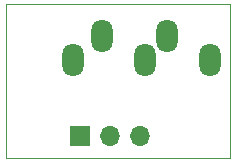
<source format=gbr>
%TF.GenerationSoftware,KiCad,Pcbnew,(5.1.8-0-10_14)*%
%TF.CreationDate,2020-11-19T18:25:59+01:00*%
%TF.ProjectId,AC_Current_Transformer,41435f43-7572-4726-956e-745f5472616e,rev?*%
%TF.SameCoordinates,Original*%
%TF.FileFunction,Soldermask,Bot*%
%TF.FilePolarity,Negative*%
%FSLAX46Y46*%
G04 Gerber Fmt 4.6, Leading zero omitted, Abs format (unit mm)*
G04 Created by KiCad (PCBNEW (5.1.8-0-10_14)) date 2020-11-19 18:26:00*
%MOMM*%
%LPD*%
G01*
G04 APERTURE LIST*
%TA.AperFunction,Profile*%
%ADD10C,0.050000*%
%TD*%
%ADD11O,1.700000X1.700000*%
%ADD12R,1.700000X1.700000*%
%ADD13O,1.800000X2.800000*%
G04 APERTURE END LIST*
D10*
X110600000Y-98100000D02*
X110600000Y-111100000D01*
X129600000Y-98100000D02*
X110600000Y-98100000D01*
X129600000Y-111100000D02*
X129600000Y-98100000D01*
X110600000Y-111100000D02*
X129600000Y-111100000D01*
D11*
%TO.C,J102*%
X121920000Y-109220000D03*
X119380000Y-109220000D03*
D12*
X116840000Y-109220000D03*
%TD*%
D13*
%TO.C,J101*%
X122400000Y-102800000D03*
X127900000Y-102800000D03*
X124200000Y-100800000D03*
X118700000Y-100800000D03*
X116300000Y-102800000D03*
%TD*%
M02*

</source>
